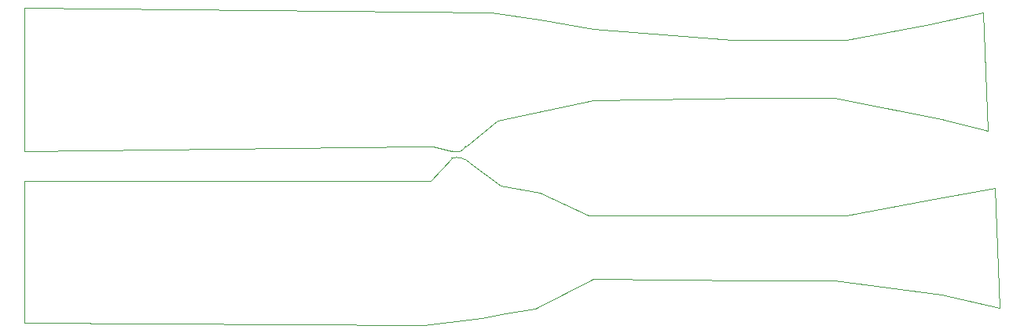
<source format=gm1>
G04 #@! TF.GenerationSoftware,KiCad,Pcbnew,8.0.7*
G04 #@! TF.CreationDate,2025-06-23T12:01:53+08:00*
G04 #@! TF.ProjectId,Pagtingin_Final,50616774-696e-4676-996e-5f46696e616c,rev?*
G04 #@! TF.SameCoordinates,Original*
G04 #@! TF.FileFunction,Profile,NP*
%FSLAX46Y46*%
G04 Gerber Fmt 4.6, Leading zero omitted, Abs format (unit mm)*
G04 Created by KiCad (PCBNEW 8.0.7) date 2025-06-23 12:01:53*
%MOMM*%
%LPD*%
G01*
G04 APERTURE LIST*
G04 #@! TA.AperFunction,Profile*
%ADD10C,0.05*%
G04 #@! TD*
G04 APERTURE END LIST*
D10*
X0001724921Y0018465257D02*
X0001724921Y0003215256D01*
X0057224922Y0035965256D02*
X0062974922Y0034965256D01*
X0056724922Y0004715256D02*
X0062974922Y0007965256D01*
X0053474922Y0004215256D02*
X0056724922Y0004715256D01*
X0001724921Y0003215256D02*
X0044724922Y0002965256D01*
X0045475078Y0018465256D02*
X0047750000Y0020999999D01*
X0104974921Y0036715256D02*
X0099224921Y0035465256D01*
X0079974922Y0007715256D02*
X0089000000Y0007715256D01*
X0062974922Y0027215256D02*
X0079974922Y0027465256D01*
X0105474921Y0023965256D02*
X0104974921Y0036715256D01*
X0051974922Y0036715256D02*
X0057224922Y0035965256D01*
X0062500000Y0014749999D02*
X0078000000Y0014749999D01*
X0079974922Y0027465256D02*
X0088974922Y0027465256D01*
X0077974922Y0033715256D02*
X0090224922Y0033715256D01*
X0044224922Y0022215256D02*
X0045724922Y0022215256D01*
X0106250000Y0017749999D02*
X0099250000Y0016499999D01*
X0002974921Y0018465257D02*
X0001724921Y0018465257D01*
X0090224922Y0033715256D02*
X0099224921Y0035465256D01*
X0089000000Y0007715256D02*
X0100500000Y0006249999D01*
X0050981903Y0003729881D02*
X0053474922Y0004215256D01*
X0049249999Y0022249999D02*
X0052700000Y0024999999D01*
X0088974922Y0027465256D02*
X0100474921Y0025215256D01*
X0002974921Y0018465257D02*
X0045475078Y0018465256D01*
X0001724921Y0021715257D02*
X0001724922Y0037215256D01*
X0001724921Y0021715257D02*
X0044224922Y0022215256D01*
X0090250000Y0014749999D02*
X0099250000Y0016499999D01*
X0044724922Y0002965256D02*
X0050981903Y0003729881D01*
X0106750000Y0004749999D02*
X0106250000Y0017749999D01*
X0001724922Y0037215256D02*
X0051974922Y0036715256D01*
X0062974922Y0034965256D02*
X0077974922Y0033715256D01*
X0100474921Y0025215256D02*
X0105474921Y0023965256D01*
X0100500000Y0006249999D02*
X0106750000Y0004749999D01*
X0057250000Y0017215256D02*
X0062500000Y0014749999D01*
X0052974922Y0017965256D02*
X0057250000Y0017215256D01*
X0062974922Y0007965256D02*
X0079974922Y0007715256D01*
X0078000000Y0014749999D02*
X0090250000Y0014749999D01*
X0062974922Y0027215256D02*
X0052700000Y0024999999D01*
X0045724922Y0022215256D02*
X0047750000Y0021750000D01*
X0049707736Y0020457736D02*
X0052974922Y0017965256D01*
X0049249999Y0022249999D02*
G75*
G02*
X0047750000Y0021750000I-0000999999J0000500000D01*
G01*
X0047750000Y0020999998D02*
G75*
G02*
X0049707736Y0020457736I0000499999J-0001999999D01*
G01*
M02*
</source>
